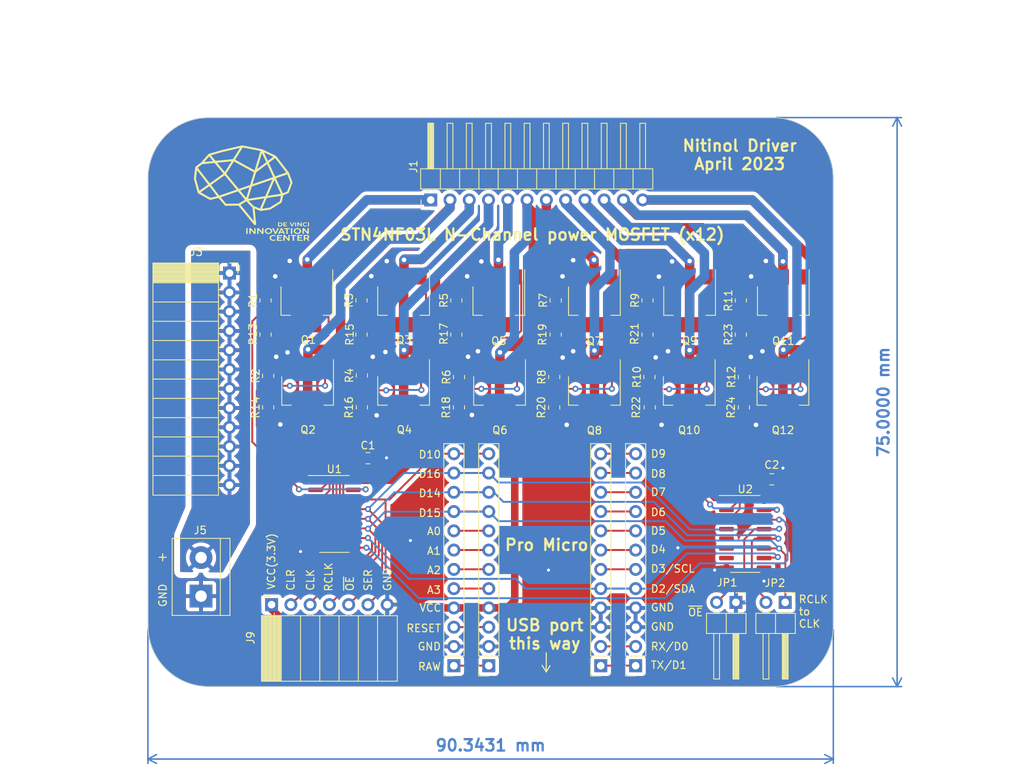
<source format=kicad_pcb>
(kicad_pcb (version 20221018) (generator pcbnew)
  (title_block (comment 4 "AISLER Project ID: RBXLWFZE"))
  (layers (0 "F.Cu" signal) (31 "B.Cu" signal) (34 "B.Paste" user) (35 "F.Paste" user) (36 "B.SilkS" user "B.Silkscreen") (37 "F.SilkS" user "F.Silkscreen") (38 "B.Mask" user) (39 "F.Mask" user) (44 "Edge.Cuts" user))
  (net 0 "")
  (net 1 "/Mosfet/ToMuscleWire")
  (net 2 "/Mosfet1/ToMuscleWire")
  (net 3 "/Mosfet2/ToMuscleWire")
  (net 4 "/Mosfet3/ToMuscleWire")
  (net 5 "/Mosfet4/ToMuscleWire")
  (net 6 "/Mosfet5/ToMuscleWire")
  (net 7 "/Mosfet6/ToMuscleWire")
  (net 8 "/Mosfet8/ToMuscleWire")
  (net 9 "/Mosfet12/ToMuscleWire")
  (net 10 "/Mosfet7/ToMuscleWire")
  (net 11 "/Mosfet10/ToMuscleWire")
  (net 12 "/Mosfet9/ToMuscleWire")
  (net 13 "+2V5")
  (net 14 "GND")
  (net 15 "/Tx0")
  (net 16 "/Rx1")
  (net 17 "SER")
  (net 18 "VCC")
  (net 19 "~{OE}")
  (net 20 "RCLK")
  (net 21 "/Mosfet/Trigger")
  (net 22 "/Mosfet1/Trigger")
  (net 23 "/Mosfet2/Trigger")
  (net 24 "/Mosfet3/Trigger")
  (net 25 "/Mosfet4/Trigger")
  (net 26 "/Mosfet5/Trigger")
  (net 27 "/Mosfet6/Trigger")
  (net 28 "/Mosfet8/Trigger")
  (net 29 "/Mosfet12/Trigger")
  (net 30 "/Mosfet7/Trigger")
  (net 31 "/Mosfet10/Trigger")
  (net 32 "/Mosfet9/Trigger")
  (net 33 "Net-(U1-QH')")
  (net 39 "CLK")
  (net 40 "CLEAR")
  (net 41 "/5")
  (net 42 "/6")
  (net 43 "/7")
  (net 44 "/8")
  (net 45 "/9")
  (net 46 "/RAW")
  (net 47 "/RST")
  (net 48 "/A3")
  (net 49 "/A2")
  (net 50 "/A1")
  (net 51 "/A0")
  (net 52 "/3")
  (net 53 "/4")
  (net 54 "Net-(Q1-G)")
  (net 55 "Net-(Q2-G)")
  (net 56 "Net-(Q3-G)")
  (net 57 "Net-(Q4-G)")
  (net 58 "Net-(Q5-G)")
  (net 59 "Net-(Q6-G)")
  (net 60 "Net-(Q7-G)")
  (net 61 "Net-(Q8-G)")
  (net 62 "Net-(Q9-G)")
  (net 63 "Net-(Q11-G)")
  (net 64 "Net-(Q12-G)")
  (net 65 "Net-(Q10-G)")
  (footprint "Resistor_SMD:R_0805_2012Metric_Pad1.20x1.40mm_HandSolder" (layer "F.Cu") (at 158.55 89.2 90)
    (fp_text reference "R8")
    (fp_text value "100")
  )
  (footprint "Connector_PinSocket_2.54mm:PinSocket_1x12_P2.54mm_Vertical" (layer "F.Cu") (at 169.285001 127.250002 180)
    (fp_text reference "J4" hide)
    (fp_text value "Conn_01x12_Socket")
  )
  (footprint "Connector_PinSocket_2.54mm:PinSocket_1x12_P2.54mm_Horizontal" (layer "F.Cu") (at 115.75 75.5)
    (fp_text reference "J3")
    (fp_text value "Conn_01x12_Socket")
  )
  (footprint "Resistor_SMD:R_0805_2012Metric_Pad1.20x1.40mm_HandSolder" (layer "F.Cu") (at 146 89.2 90)
    (fp_text reference "R6")
    (fp_text value "100")
  )
  (footprint "Package_TO_SOT_SMD:SOT-223-3_TabPin2" (layer "F.Cu") (at 138.7 91 -90)
    (fp_text reference "Q4")
    (fp_text value "Q_NMOS_GDS")
  )
  (footprint "Package_TO_SOT_SMD:SOT-223-3_TabPin2" (layer "F.Cu") (at 126.05 91 -90)
    (fp_text reference "Q2")
    (fp_text value "Q_NMOS_GDS")
  )
  (footprint "Package_TO_SOT_SMD:SOT-223-3_TabPin2" (layer "F.Cu") (at 188.75 79.15 -90)
    (fp_text reference "Q11")
    (fp_text value "Q_NMOS_GDS")
  )
  (footprint "Resistor_SMD:R_0805_2012Metric_Pad1.20x1.40mm_HandSolder" (layer "F.Cu") (at 158.55 93.2 -90)
    (fp_text reference "R20")
    (fp_text value "10K")
  )
  (footprint "Package_SO:SOIC-16_3.9x9.9mm_P1.27mm" (layer "F.Cu") (at 183.7324 109.8804)
    (fp_text reference "U2")
    (fp_text value "74HC595")
  )
  (footprint "Resistor_SMD:R_0805_2012Metric_Pad1.20x1.40mm_HandSolder" (layer "F.Cu") (at 120.5 83.6 -90)
    (fp_text reference "R13")
    (fp_text value "10K")
  )
  (footprint "Package_TO_SOT_SMD:SOT-223-3_TabPin2" (layer "F.Cu") (at 163.85 79.15 -90)
    (fp_text reference "Q7")
    (fp_text value "Q_NMOS_GDS")
  )
  (footprint "Package_TO_SOT_SMD:SOT-223-3_TabPin2" (layer "F.Cu") (at 188.7 91 -90)
    (fp_text reference "Q12")
    (fp_text value "Q_NMOS_GDS")
  )
  (footprint "Resistor_SMD:R_0805_2012Metric_Pad1.20x1.40mm_HandSolder" (layer "F.Cu") (at 158.75 79.1 90)
    (fp_text reference "R7")
    (fp_text value "100")
  )
  (footprint "Connector_PinHeader_2.54mm:PinHeader_1x02_P2.54mm_Horizontal" (layer "F.Cu") (at 189 118.9 -90)
    (fp_text reference "JP2")
    (fp_text value "Jumper_2_Open")
  )
  (footprint "Connector_PinSocket_2.54mm:PinSocket_1x07_P2.54mm_Horizontal" (layer "F.Cu") (at 121.3 119.2 90)
    (fp_text reference "J9")
    (fp_text value "Conn_01x07_Socket")
  )
  (footprint "Resistor_SMD:R_0805_2012Metric_Pad1.20x1.40mm_HandSolder" (layer "F.Cu") (at 133.2 93.2 -90)
    (fp_text reference "R16")
    (fp_text value "10K")
  )
  (footprint "Local footprints:Logo_texte_DVIC_kicad_13mm" (layer "F.Cu") (at 118.65 65)
    (fp_text reference "G***" hide)
    (fp_text value "LOGO" hide)
  )
  (footprint "Package_SO:SOIC-16_3.9x9.9mm_P1.27mm" (layer "F.Cu") (at 129.575 107.245)
    (fp_text reference "U1")
    (fp_text value "74HC595")
  )
  (footprint "Package_TO_SOT_SMD:SOT-223-3_TabPin2" (layer "F.Cu") (at 151.35 91 -90)
    (fp_text reference "Q6")
    (fp_text value "Q_NMOS_GDS")
  )
  (footprint "Resistor_SMD:R_0805_2012Metric_Pad1.20x1.40mm_HandSolder" (layer "F.Cu") (at 133.2 89 90)
    (fp_text reference "R4")
    (fp_text value "100")
  )
  (footprint "Connector_PinSocket_2.54mm:PinSocket_1x12_P2.54mm_Vertical" (layer "F.Cu") (at 149.925 127.25 180)
    (fp_text reference "J7" hide)
    (fp_text value "Conn_01x12_Socket")
  )
  (footprint "Package_TO_SOT_SMD:SOT-223-3_TabPin2" (layer "F.Cu") (at 176.4 79.15 -90)
    (fp_text reference "Q9")
    (fp_text value "Q_NMOS_GDS")
  )
  (footprint "Resistor_SMD:R_0805_2012Metric_Pad1.20x1.40mm_HandSolder" (layer "F.Cu") (at 146 93.2 -90)
    (fp_text reference "R18")
    (fp_text value "10K")
  )
  (footprint "TerminalBlock:TerminalBlock_bornier-2_P5.08mm" (layer "F.Cu") (at 112 118.079999 90)
    (fp_text reference "J5")
    (fp_text value "Screw_Terminal_01x02")
  )
  (footprint "Package_TO_SOT_SMD:SOT-223-3_TabPin2" (layer "F.Cu") (at 151.25 79.15 -90)
    (fp_text reference "Q5")
    (fp_text value "Q_NMOS_GDS")
  )
  (footprint "Package_TO_SOT_SMD:SOT-223-3_TabPin2" (layer "F.Cu") (at 176.35 91 -90)
    (fp_text reference "Q10")
    (fp_text value "Q_NMOS_GDS")
  )
  (footprint "Resistor_SMD:R_0805_2012Metric_Pad1.20x1.40mm_HandSolder" (layer "F.Cu") (at 183.15 83.6 -90)
    (fp_text reference "R23")
    (fp_text value "10K")
  )
  (footprint "Resistor_SMD:R_0805_2012Metric_Pad1.20x1.40mm_HandSolder" (layer "F.Cu") (at 133.15 83.6 -90)
    (fp_text reference "R15")
    (fp_text value "10K")
  )
  (footprint "Resistor_SMD:R_0805_2012Metric_Pad1.20x1.40mm_HandSolder" (layer "F.Cu") (at 145.65 79.1 90)
    (fp_text reference "R5")
    (fp_text value "100")
  )
  (footprint "Resistor_SMD:R_0805_2012Metric_Pad1.20x1.40mm_HandSolder" (layer "F.Cu") (at 133.150001 79.1 90)
    (fp_text reference "R3")
    (fp_text value "100")
  )
  (footprint "Resistor_SMD:R_0805_2012Metric_Pad1.20x1.40mm_HandSolder" (layer "F.Cu") (at 120.5 79.1 90)
    (fp_text reference "R1")
    (fp_text value "100")
  )
  (footprint "Resistor_SMD:R_0805_2012Metric_Pad1.20x1.40mm_HandSolder" (layer "F.Cu") (at 120.85 93.2 -90)
    (fp_text reference "R14")
    (fp_text value "10K")
  )
  (footprint "Connector_PinHeader_2.54mm:PinHeader_1x02_P2.54mm_Horizontal" (layer "F.Cu") (at 182.5 118.9 -90)
    (fp_text reference "JP1")
    (fp_text value "Jumper_2_Open")
  )
  (footprint "Connector_PinSocket_2.54mm:PinSocket_1x12_P2.54mm_Vertical" (layer "F.Cu") (at 145.325001 127.250001 180)
    (fp_text reference "J8" hide)
    (fp_text value "Conn_01x12_Socket")
  )
  (footprint "Resistor_SMD:R_0805_2012Metric_Pad1.20x1.40mm_HandSolder" (layer "F.Cu") (at 183.15 79.1 90)
    (fp_text reference "R11")
    (fp_text value "100")
  )
  (footprint "Resistor_SMD:R_0805_2012Metric_Pad1.20x1.40mm_HandSolder" (layer "F.Cu") (at 183.55 89.2 90)
    (fp_text reference "R12")
    (fp_text value "100")
  )
  (footprint "Package_TO_SOT_SMD:SOT-223-3_TabPin2" (layer "F.Cu") (at 138.7 79.15 -90)
    (fp_text reference "Q3")
    (fp_text value "Q_NMOS_GDS")
  )
  (footprint "Connector_PinSocket_2.54mm:PinSocket_1x12_P2.54mm_Vertical" (layer "F.Cu") (at 164.685001 127.250001 180)
    (fp_text reference "J6" hide)
    (fp_text value "Conn_01x12_Socket")
  )
  (footprint "Connector_PinHeader_2.54mm:PinHeader_1x12_P2.54mm_Horizontal" (layer "F.Cu") (at 142.275 65.85 90)
    (fp_text reference "J1")
    (fp_text value "Conn_01x12_Pin")
  )
  (footprint "Package_TO_SOT_SMD:SOT-223-3_TabPin2" (layer "F.Cu") (at 163.85 91 -90)
    (fp_text reference "Q8")
    (fp_text value "Q_NMOS_GDS")
  )
  (footprint "Resistor_SMD:R_0805_2012Metric_Pad1.20x1.40mm_HandSolder" (layer "F.Cu") (at 171.15 93.2 -90)
    (fp_text reference "R22")
    (fp_text value "10K")
  )
  (footprint "Resistor_SMD:R_0805_2012Metric_Pad1.20x1.40mm_HandSolder" (layer "F.Cu") (at 158.75 83.6 -90)
    (fp_text reference "R19")
    (fp_text value "10K")
  )
  (footprint "Resistor_SMD:R_0805_2012Metric_Pad1.20x1.40mm_HandSolder" (layer "F.Cu") (at 120.85 89.05 90)
    (fp_text reference "R2")
    (fp_text value "100")
  )
  (footprint "Package_TO_SOT_SMD:SOT-223-3_TabPin2" (layer "F.Cu") (at 125.95 79.15 -90)
    (fp_text reference "Q1")
    (fp_text value "Q_NMOS_GDS")
  )
  (footprint "Capacitor_SMD:C_0805_2012Metric_Pad1.18x1.45mm_HandSolder" (layer "F.Cu") (at 187.2324 102.6804)
    (fp_text reference "C2")
    (fp_text value "100nF")
  )
  (footprint "Capacitor_SMD:C_0805_2012Metric_Pad1.18x1.45mm_HandSolder" (layer "F.Cu") (at 134 99.9)
    (fp_text reference "C1")
    (fp_text value "100nF")
  )
  (footprint "Resistor_SMD:R_0805_2012Metric_Pad1.20x1.40mm_HandSolder" (layer "F.Cu") (at 145.65 83.6 -90)
    (fp_text reference "R17")
    (fp_text value "10K")
  )
  (footprint "Resistor_SMD:R_0805_2012Metric_Pad1.20x1.40mm_HandSolder" (layer "F.Cu") (at 183.55 93.2 -90)
    (fp_text reference "R24")
    (fp_text value "10K")
  )
  (footprint "Resistor_SMD:R_0805_2012Metric_Pad1.20x1.40mm_HandSolder" (layer "F.Cu") (at 170.85 79.1 90)
    (fp_text reference "R9")
    (fp_text value "100")
  )
  (footprint "Resistor_SMD:R_0805_2012Metric_Pad1.20x1.40mm_HandSolder" (layer "F.Cu") (at 171.1 89.2 90)
    (fp_text reference "R10")
    (fp_text value "100")
  )
  (footprint "Resistor_SMD:R_0805_2012Metric_Pad1.20x1.40mm_HandSolder" (layer "F.Cu") (at 170.85 83.6 -90)
    (fp_text reference "R21")
    (fp_text value "10K")
  )
  (gr_line (start 157.5 128.05) (end 158 127.25) (stroke (width 0.15)) (layer "F.SilkS"))
  (gr_line (start 157.5 125.55) (end 157.5 128.05) (stroke (width 0.15)) (layer "F.SilkS"))
  (gr_line (start 157.5 128.05) (end 156.95 127.2) (stroke (width 0.15)) (layer "F.SilkS"))
  (gr_arc (start 113 130) (mid 107.343146 127.656854) (end 105 122) (stroke (width 0.1)) (layer "Edge.Cuts"))
  (gr_arc (start 195.343146 122) (mid 192.999994 127.656848) (end 187.343146 130) (stroke (width 0.1)) (layer "Edge.Cuts"))
  (gr_line (start 113 55) (end 187.343146 55) (stroke (width 0.1)) (layer "Edge.Cuts"))
  (gr_arc (start 105 63) (mid 107.343146 57.343146) (end 113 55) (stroke (width 0.1)) (layer "Edge.Cuts"))
  (gr_line (start 105 122) (end 105 63) (stroke (width 0.1)) (layer "Edge.Cuts"))
  (gr_line (start 187.343146 130) (end 113 130) (stroke (width 0.1)) (layer "Edge.Cuts"))
  (gr_arc (start 187.343146 55) (mid 192.999994 57.343152) (end 195.343146 63) (stroke (width 0.1)) (layer "Edge.Cuts"))
  (gr_line (start 195.343146 63) (end 195.343146 122) (stroke (width 0.1)) (layer "Edge.Cuts"))
  (gr_text "GND" (at 171.2 122.7) (layer "F.SilkS") (effects (font (size 1 1)) (justify left bottom)))
  (gr_text "VCC(3.3V)" (at 121.85 117.3 90) (layer "F.SilkS") (effects (font (size 1 1)) (justify left bottom)))
  (gr_text "GND" (at 137.15 117.5 90) (layer "F.SilkS") (effects (font (size 1 1)) (justify left bottom)))
  (gr_text "Nitinol Driver\nApril 2023" (at 183 62) (layer "F.SilkS") (effects (font (size 1.5 1.5) (thickness 0.3) bold) (justify bottom)))
  (gr_text "D15" (at 140.604762 107.699999) (layer "F.SilkS") (effects (font (size 1 1)) (justify left bottom)))
  (gr_text "CLR" (at 124.4 117.45 90) (layer "F.SilkS") (effects (font (size 1 1)) (justify left bottom)))
  (gr_text "D2/SDA" (at 171.2 117.7) (layer "F.SilkS") (effects (font (size 1 1)) (justify left bottom)))
  (gr_text "RX/D0" (at 171.2 125.3) (layer "F.SilkS") (effects (font (size 1 1)) (justify left bottom)))
  (gr_text "GND" (at 140.461905 125.300001) (layer "F.SilkS") (effects (font (size 1 1)) (justify left bottom)))
  (gr_text "A1" (at 141.7 112.699998) (layer "F.SilkS") (effects (font (size 1 1)) (justify left bottom)))
  (gr_text "D10" (at 140.604762 99.999999) (layer "F.SilkS") (effects (font (size 1 1)) (justify left bottom)))
  (gr_text "D8" (at 171.2 102.525) (layer "F.SilkS") (effects (font (size 1 1)) (justify left bottom)))
  (gr_text "RESET" (at 138.985714 122.9) (layer "F.SilkS") (effects (font (size 1 1)) (justify left bottom)))
  (gr_text "D6" (at 171.2 107.6) (layer "F.SilkS") (effects (font (size 1 1)) (justify left bottom)))
  (gr_text "TX/D1" (at 171.2 127.75) (layer "F.SilkS") (effects (font (size 1 1)) (justify left bottom)))
  (gr_text "~{OE}" (at 132.2 117.5 90) (layer "F.SilkS") (effects (font (size 1 1)) (justify left bottom)))
  (gr_text "A3" (at 141.7 117.849998) (layer "F.SilkS") (effects (font (size 1 1)) (justify left bottom)))
  (gr_text "VCC" (at 140.7 120.2) (layer "F.SilkS") (effects (font (size 1 1)) (justify left bottom)))
  (gr_text "~{OE}" (at 176.1 120.8) (layer "F.SilkS") (effects (font (size 1 1)) (justify left bottom)))
  (gr_text "STN4NF03L N-Channel power MOSFET (x12)" (at 130.2 71.3) (layer "F.SilkS") (effects (font (size 1.5 1.5) (thickness 0.3) bold) (justify left bottom)))
  (gr_text "RCLK" (at 129.4 117.55 90) (layer "F.SilkS") (effects (font (size 1 1)) (justify left bottom)))
  (gr_text "D5" (at 171.2 110.05) (layer "F.SilkS") (effects (font (size 1 1)) (justify left bottom)))
  (gr_text "GND" (at 171.2 120.150001) (layer "F.SilkS") (effects (font (size 1 1)) (justify left bottom)))
  (gr_text "D9" (at 171.2 99.900001) (layer "F.SilkS") (effects (font (size 1 1)) (justify left bottom)))
  (gr_text "D14" (at 140.604762 105.100001) (layer "F.SilkS") (effects (font (size 1 1)) (justify left bottom)))
  (gr_text "SER" (at 134.6 117.5 90) (layer "F.SilkS") (effects (font (size 1 1)) (justify left bottom)))
  (gr_text "USB port\nthis way" (at 157.3 125.2) (layer "F.SilkS") (effects (font (size 1.5 1.5) (thickness 0.3) bold) (justify bottom)))
  (gr_text "CLK" (at 127 117.45 90) (layer "F.SilkS") (effects (font (size 1 1)) (justify left bottom)))
  (gr_text "D4" (at 171.2 112.5) (layer "F.SilkS") (effects (font (size 1 1)) (justify left bottom)))
  (gr_text "+" (at 107.55 113.8 90) (layer "F.SilkS") (effects (font (size 1.2 1.2)) (justify left bottom)))
  (gr_text "A2" (at 141.7 115.249999) (layer "F.SilkS") (effects (font (size 1 1)) (justify left bottom)))
  (gr_text "D3/SCL" (at 171.2 115.05) (layer "F.SilkS") (effects (font (size 1 1)) (justify left bottom)))
  (gr_text "GND" (at 107.55 119.6 90) (layer "F.SilkS") (effects (font (size 1 1)) (justify left bottom)))
  (gr_text "D16" (at 140.604762 102.55) (layer "F.SilkS") (effects (font (size 1 1)) (justify left bottom)))
  (gr_text "A0" (at 141.7 110.1) (layer "F.SilkS") (effects (font (size 1 1)) (justify left bottom)))
  (gr_text "Pro Micro" (at 151.9 112.2) (layer "F.SilkS") (effects (font (size 1.5 1.5) (thickness 0.3) bold) (justify left bottom)))
  (gr_text "RAW" (at 140.509524 127.950001) (layer "F.SilkS") (effects (font (size 1 1)) (justify left bottom)))
  (gr_text "RCLK\nto\nCLK" (at 190.7 122.3) (layer "F.SilkS") (effects (font (size 1 1)) (justify left bottom)))
  (gr_text "D7" (at 171.2 104.95) (layer "F.SilkS") (effects (font (size 1 1)) (justify left bottom)))
  (dimension (type aligned) (layer "B.Cu") (pts (xy 187.343146 55) (xy 187.343146 130)) (height -16.406854) (gr_text "75,0000 mm" (at 201.95 92.5 90) (layer "B.Cu") (effects (font (size 1.5 1.5) (thickness 0.3)))) (format (prefix "") (suffix "") (units 3) (units_format 1) (precision 4)) (style (thickness 0.2) (arrow_length 1.27) (text_position_mode 0) (extension_height 0.58642) (extension_offset 0.5) keep_text_aligned))
  (dimension (type aligned) (layer "B.Cu") (pts (xy 105 122) (xy 195.343146 122)) (height 17.55) (gr_text "90,3431 mm" (at 150.171573 137.75) (layer "B.Cu") (effects (font (size 1.5 1.5) (thickness 0.3)))) (format (prefix "") (suffix "") (units 3) (units_format 1) (precision 4)) (style (thickness 0.2) (arrow_length 1.27) (text_position_mode 0) (extension_height 0.58642) (extension_offset 0.5) keep_text_aligned))
  (segment (start 126 73.7) (end 126 75.95) (width 1.25) (layer "F.Cu") (net 1))
  (segment (start 133.85 65.85) (end 142.275 65.85) (width 1.25) (layer "F.Cu") (net 1))
  (segment (start 125.95 76) (end 125.95 82.3) (width 1.25) (layer "F.Cu") (net 1))
  (segment (start 126 73.7) (end 133.85 65.85) (width 1.25) (layer "F.Cu") (net 1))
  (segment (start 126 75.95) (end 125.95 76) (width 1.25) (layer "F.Cu") (net 1))
  (via (at 126 73.7) (size 1.2) (drill 0.6) (layers "F.Cu" "B.Cu") (net 1))
  (segment (start 126 73.7) (end 133.85 65.85) (width 1.25) (layer "B.Cu") (net 1))
  (segment (start 133.85 65.85) (end 142.275 65.85) (width 1.25) (layer "B.Cu") (net 1))
  (segment (start 128.526346 85.55) (end 130.4 83.676346) (width 1.25) (layer "F.Cu") (net 2))
  (segment (start 140.7 71) (end 144.815 66.885) (width 1.25) (layer "F.Cu") (net 2))
  (segment (start 130.4 83.676346) (end 130.4 77.3) (width 1.25) (layer "F.Cu") (net 2))
  (segment (start 136.7 71) (end 140.7 71) (width 1.25) (layer "F.Cu") (net 2))
  (segment (start 126.1 85.55) (end 128.526346 85.55) (width 1.25) (layer "F.Cu") (net 2))
  (segment (start 126.1 85.55) (end 126.1 87.8) (width 1.25) (layer "F.Cu") (net 2))
  (segment (start 126.05 87.85) (end 126.05 94.15) (width 1.25) (layer "F.Cu") (net 2))
  (segment (start 126.1 87.8) (end 126.05 87.85) (width 1.25) (layer "F.Cu") (net 2))
  (segment (start 144.815 66.885) (end 144.815 65.85) (width 1.25) (layer "F.Cu") (net 2))
  (segment (start 130.4 77.3) (end 136.7 71) (width 1.25) (layer "F.Cu") (net 2))
  (via (at 126.1 85.55) (size 1.2) (drill 0.6) (layers "F.Cu" "B.Cu") (net 2))
  (segment (start 126.1 85.55) (end 130.4 81.25) (width 1.25) (layer "B.Cu") (net 2))
  (segment (start 136.7 71) (end 140.75 71) (width 1.25) (layer "B.Cu") (net 2))
  (segment (start 130.4 81.25) (end 130.4 77.3) (width 1.25) (layer "B.Cu") (net 2))
  (segment (start 130.4 77.3) (end 136.7 71) (width 1.25) (layer "B.Cu") (net 2))
  (segment (start 140.75 71) (end 144.815 66.935) (width 1.25) (layer "B.Cu") (net 2))
  (segment (start 144.815 66.935) (end 144.815 65.85) (width 1.25) (layer "B.Cu") (net 2))
  (segment (start 147.355 67.395) (end 147.355 65.85) (width 1.25) (layer "F.Cu") (net 3))
  (segment (start 138.75 75.95) (end 138.7 76) (width 1.25) (layer "F.Cu") (net 3))
  (segment (start 138.8 73.7) (end 141.05 73.7) (width 1.25) (layer "F.Cu") (net 3))
  (segment (start 141.05 73.7) (end 147.355 67.395) (width 1.25) (layer "F.Cu") (net 3))
  (segment (start 138.75 73.75) (end 138.75 75.95) (width 1.25) (layer "F.Cu") (net 3))
  (segment (start 138.7 76) (end 138.7 82.3) (width 1.25) (layer "F.Cu") (net 3))
  (segment (start 138.75 73.75) (end 138.8 73.7) (width 1.25) (layer "F.Cu") (net 3))
  (via (at 138.75 73.75) (size 1.2) (drill 0.6) (layers "F.Cu" "B.Cu") (net 3))
  (segment (start 138.85 73.65) (end 141.1 73.65) (width 1.25) (layer "B.Cu") (net 3))
  (segment (start 141.1 73.65) (end 147.355 67.395) (width 1.25) (layer "B.Cu") (net 3))
  (segment (start 138.75 73.75) (end 138.85 73.65) (width 1.25) (layer "B.Cu") (net 3))
  (segment (start 147.355 67.395) (end 147.355 65.85) (width 1.25) (layer "B.Cu") (net 3))
  (segment (start 138.75 85.65) (end 141.076346 85.65) (width 1.25) (layer "F.Cu") (net 4))
  (segment (start 142.9 83.826346) (end 142.9 76.05) (width 1.25) (layer "F.Cu") (net 4))
  (segment (start 138.75 85.65) (end 138.75 87.8) (width 1.25) (layer "F.Cu") (net 4))
  (segment (start 138.7 87.85) (end 138.7 94.15) (width 1.25) (layer "F.Cu") (net 4))
  (segment (start 138.75 87.8) (end 138.7 87.85) (width 1.25) (layer "F.Cu") (net 4))
  (segment (start 149.895 69.055) (end 149.895 65.85) (width 1.25) (layer "F.Cu") (net 4))
  (segment (start 141.076346 85.65) (end 142.9 83.826346) (width 1.25) (layer "F.Cu") (net 4))
  (segment (start 142.9 76.05) (end 149.895 69.055) (width 1.25) (layer "F.Cu") (net 4))
  (via (at 138.75 85.65) (size 1.2) (drill 0.6) (layers "F.Cu" "B.Cu") (net 4))
  (segment (start 138.75 80.2) (end 149.895 69.055) (width 1.25) (layer "B.Cu") (net 4))
  (segment (start 149.895 69.055) (end 149.895 65.85) (width 1.25) (layer "B.Cu") (net 4))
  (segment (start 138.75 85.65) (end 138.75 80.2) (width 1.25) (layer "B.Cu") (net 4))
  (segment (start 151.2 73.75) (end 151.2 75.95) (width 1.25) (layer "F.Cu") (net 5))
  (segment (start 151.25 76) (end 151.25 82.3) (width 1.25) (layer "F.Cu") (net 5))
  (segment (start 152.44 65.855) (end 152.435 65.85) (width 1.25) (layer "F.Cu") (net 5))
  (segment (start 152.44 70.24) (end 152.44 65.855) (width 1.25) (layer "F.Cu") (net 5))
  (segment (start 151.2 75.95) (end 151.25 76) (width 1.25) (layer "F.Cu") (net 5))
  (segment (start 151.2 73.75) (end 151.2 71.48) (width 1.25) (layer "F.Cu") (net 5))
  (segment (start 151.2 71.48) (end 152.44 70.24) (width 1.25) (layer "F.Cu") (net 5))
  (via (at 151.2 73.75) (size 1.2) (drill 0.6) (layers "F.Cu" "B.Cu") (net 5))
  (segment (start 151.2 73.75) (end 151.2 71.47) (width 1.25) (layer "B.Cu") (net 5))
  (segment (start 151.2 71.47) (end 152.435 70.235) (width 1.25) (layer "B.Cu") (net 5))
  (segment (start 152.435 70.235) (end 152.435 65.85) (width 1.25) (layer "B.Cu") (net 5))
  (segment (start 151.4 85.95) (end 152.2 85.15) (width 1.25) (layer "F.Cu") (net 6))
  (segment (start 151.4 85.95) (end 151.4 87.8) (width 1.25) (layer "F.Cu") (net 6))
  (segment (start 154.975 66.725) (end 154.975 65.85) (width 1.25) (layer "F.Cu") (net 6))
  (segment (start 151.35 87.85) (end 151.35 94.15) (width 1.25) (layer "F.Cu") (net 6))
  (segment (start 155.8 83.126346) (end 155.8 67.55) (width 1.25) (layer "F.Cu") (net 6))
  (segment (start 153.776346 85.15) (end 155.8 83.126346) (width 1.25) (layer "F.Cu") (net 6))
  (segment (start 151.4 87.8) (end 151.35 87.85) (width 1.25) (layer "F.Cu") (net 6))
  (segment (start 155.8 67.55) (end 154.975 66.725) (width 1.25) (layer "F.Cu") (net 6))
  (segment (start 152.2 85.15) (end 153.776346 85.15) (width 1.25) (layer "F.Cu") (net 6))
  (via (at 151.4 85.95) (size 1.2) (drill 0.6) (layers "F.Cu" "B.Cu") (net 6))
  (segment (start 151.4 85.95) (end 153.3 84.05) (width 1.25) (layer "B.Cu") (net 6))
  (segment (start 153.3 72.75) (end 154.975 71.075) (width 1.25) (layer "B.Cu") (net 6))
  (segment (start 154.975 71.075) (end 154.975 65.85) (width 1.25) (layer "B.Cu") (net 6))
  (segment (start 153.3 84.05) (end 153.3 72.75) (width 1.25) (layer "B.Cu") (net 6))
  (segment (start 157.515 67.465) (end 163.8 73.75) (width 1.25) (layer "F.Cu") (net 7))
  (segment (start 163.8 75.95) (end 163.85 76) (width 1.25) (layer "F.Cu") (net 7))
  (segment (start 163.85 76) (end 163.85 82.3) (width 1.25) (layer "F.Cu") (net 7))
  (segment (start 157.515 65.85) (end 157.515 67.465) (width 1.25) (layer "F.Cu") (net 7))
  (segment (start 163.8 73.75) (end 163.8 75.95) (width 1.25) (layer "F.Cu") (net 7))
  (via (at 163.8 73.75) (size 1.2) (drill 0.6) (layers "F.Cu" "B.Cu") (net 7))
  (segment (start 167.925 74.195) (end 160.055 66.325) (width 1.25) (layer "F.Cu") (net 8))
  (segment (start 163.85 87.85) (end 163.85 94.15) (width 1.25) (layer "F.Cu") (net 8))
  (segment (start 160.055 66.325) (end 160.055 65.85) (width 1.25) (layer "F.Cu") (net 8))
  (segment (start 165.826346 85.7) (end 167.925 83.601346) (width 1.25) (layer "F.Cu") (net 8))
  (segment (start 167.925 83.601346) (end 167.925 74.195) (width 1.25) (layer "F.Cu") (net 8))
  (segment (start 163.85 85.7) (end 163.85 87.85) (width 1.25) (layer "F.Cu") (net 8))
  (segment (start 163.85 85.7) (end 165.826346 85.7) (width 1.25) (layer "F.Cu") (net 8))
  (via (at 163.85 85.7) (size 1.2) (drill 0.6) (layers "F.Cu" "B.Cu") (net 8))
  (segment (start 163.85 85.7) (end 163.85 77.55) (width 1.25) (layer "B.Cu") (net 8))
  (segment (start 160.055 66.355) (end 160.055 65.85) (width 1.25) (layer "B.Cu") (net 8))
  (segment (start 165.9 75.5) (end 165.9 72.2) (width 1.25) (layer "B.Cu") (net 8))
  (segment (start 165.9 72.2) (end 160.055 66.355) (width 1.25) (layer "B.Cu") (net 8))
  (segment (start 163.85 77.55) (end 165.9 75.5) (width 1.25) (layer "B.Cu") (net 8))
  (segment (start 162.595 66.275) (end 162.595 65.85) (width 1.25) (layer "F.Cu") (net 9))
  (segment (start 167.5 71.18) (end 162.595 66.275) (width 1.25) (layer "F.Cu") (net 9))
  (segment (start 176.4 73.9) (end 176.4 82.3) (width 1.25) (layer "F.Cu") (net 9))
  (segment (start 173.68 71.18) (end 167.5 71.18) (width 1.25) (layer "F.Cu") (net 9))
  (segment (start 176.4 73.9) (end 173.68 71.18) (width 1.25) (layer "F.Cu") (net 9))
  (via (at 176.4 73.9) (size 1.2) (drill 0.6) (layers "F.Cu" "B.Cu") (net 9))
  (segment (start 173.7 71.2) (end 167.5 71.2) (width 1.25) (layer "B.Cu") (net 9))
  (segment (start 176.4 73.9) (end 173.7 71.2) (width 1.25) (layer "B.Cu") (net 9))
  (segment (start 167.5 71.2) (end 162.595 66.295) (width 1.25) (layer "B.Cu") (net 9))
  (segment (start 162.595 66.295) (end 162.595 65.85) (width 1.25) (layer "B.Cu") (net 9))
  (segment (start 176.4 85.65) (end 176.4 87.8) (width 1.25) (layer "F.Cu") (net 10))
  (segment (start 178.42 69.8) (end 178.35 69.8) (width 1.25) (layer "F.Cu") (net 10))
  (segment (start 176.4 87.8) (end 176.35 87.85) (width 1.25) (layer "F.Cu") (net 10))
  (segment (start 165.135 66.205) (end 165.135 65.85) (width 1.25) (layer "F.Cu") (net 10))
  (segment (start 176.35 87.85) (end 176.35 94.15) (width 1.25) (layer "F.Cu") (net 10))
  (segment (start 176.4 85.65) (end 178.926346 85.65) (width 1.25) (layer "F.Cu") (net 10))
  (segment (start 178.35 69.8) (end 178.08 69.53) (width 1.25) (layer "F.Cu") (net 10))
  (segment (start 168.46 69.53) (end 165.135 66.205) (width 1.25) (layer "F.Cu") (net 10))
  (segment (start 180.7 72.08) (end 178.42 69.8) (width 1.25) (layer "F.Cu") (net 10))
  (segment (start 178.08 69.53) (end 168.46 69.53) (width 1.25) (layer "F.Cu") (net 10))
  (segment (start 180.7 83.876346) (end 180.7 72.08) (width 1.25) (layer "F.Cu") (net 10))
  (segment (start 178.926346 85.65) (end 180.7 83.876346) (width 1.25) (layer "F.Cu") (net 10))
  (via (at 176.4 85.65) (size 1.2) (drill 0.6) (layers "F.Cu" "B.Cu") (net 10))
  (segment (start 165.135 66.135) (end 165.135 65.85) (width 1.25) (layer "B.Cu") (net 10))
  (segment (start 175 69.5) (end 168.5 69.5) (width 1.25) (layer "B.Cu") (net 10))
  (segment (start 168.5 69.5) (end 165.135 66.135) (width 1.25) (layer "B.Cu") (net 10))
  (segment (start 178.35 75.95) (end 178.35 72.85) (width 1.25) (layer "B.Cu") (net 10))
  (segment (start 176.4 77.9) (end 178.35 75.95) (width 1.25) (layer "B.Cu") (net 10))
  (segment (start 176.4 85.65) (end 176.4 77.9) (width 1.25) (layer "B.Cu") (net 10))
  (segment (start 178.35 72.85) (end 175 69.5) (width 1.25) (layer "B.Cu") (net 10))
  (segment (start 188.7 73.95) (end 188.7 82.25) (width 1.25) (layer "F.Cu") (net 11))
  (segment (start 188.7 72.65) (end 183.93 67.88) (width 1.25) (layer "F.Cu") (net 11))
  (segment (start 188.7 82.25) (end 188.75 82.3) (width 1.25) (layer "F.Cu") (net 11))
  (segment (start 167.675 66.075) (end 167.675 65.85) (width 1.25) (layer "F.Cu") (net 11))
  (segment (start 183.93 67.88) (end 169.48 67.88) (width 1.25) (layer "F.Cu") (net 11))
  (segment (start 169.48 67.88) (end 167.675 66.075) (width 1.25) (layer "F.Cu") (net 11))
  (segment (start 188.7 73.95) (end 188.7 72.65) (width 1.25) (layer "F.Cu") (net 11))
  (via (at 188.7 73.95) (size 1.2) (drill 0.6) (layers "F.Cu" "B.Cu") (net 11))
  (segment (start 188.7 73.95) (end 188.7 72.65) (width 1.25) (layer "B.Cu") (net 11))
  (segment (start 169.563349 67.85) (end 167.675 65.961651) (width 1.25) (layer "B.Cu") (net 11))
  (segment (start 167.675 65.961651) (end 167.675 65.85) (width 1.25) (layer "B.Cu") (net 11))
  (segment (start 188.7 72.65) (end 183.9 67.85) (width 1.25) (layer "B.Cu") (net 11))
  (segment (start 183.9 67.85) (end 169.563349 67.85) (width 1.25) (layer "B.Cu") (net 11))
  (segment (start 188.75 87.8) (end 188.7 87.85) (width 1.25) (layer "F.Cu") (net 12))
  (segment (start 193.05 74.25) (end 184.67 65.87) (width 1.25) (layer "F.Cu") (net 12))
  (segment (start 184.67 65.87) (end 170.235 65.87) (width 1.25) (layer "F.Cu") (net 12))
  (segment (start 188.7 87.85) (end 188.7 94.15) (width 1.25) (layer "F.Cu") (net 12))
  (segment (start 188.75 85.6) (end 188.75 87.8) (width 1.25) (layer "F.Cu") (net 12))
  (segment (start 188.75 85.6) (end 191.626346 85.6) (width 1.25) (layer "F.Cu") (net 12))
  (segment (start 193.05 84.176346) (end 193.05 74.25) (width 1.25) (layer "F.Cu") (net 12))
  (segment (start 191.626346 85.6) (end 193.05 84.176346) (width 1.25) (layer "F.Cu") (net 12))
  (segment (start 170.235 65.87) (end 170.215 65.85) (width 1.25) (layer "F.Cu") (net 12))
  (via (at 188.75 85.6) (size 1.2) (drill 0.6) (layers "F.Cu" "B.Cu") (net 12))
  (segment (start 190.55 83.8) (end 190.55 71.75) (width 1.25) (layer "B.Cu") (net 12))
  (segment (start 188.75 85.6) (end 190.55 83.8) (width 1.25) (layer "B.Cu") (net 12))
  (segment (start 190.55 71.75) (end 184.65 65.85) (width 1.25) (layer "B.Cu") (net 12))
  (segment (start 184.65 65.85) (end 170.215 65.85) (width 1.25) (layer "B.Cu") (net 12))
  (segment (start 180.9328 114.65) (end 181.2574 114.3254) (width 1) (layer "F.Cu") (net 14))
  (segment (start 125.115 112.2) (end 125.115 112.085) (width 1) (layer "F.Cu") (net 14))
  (segment (start 125.5 111.7) (end 126.895 111.7) (width 1) (layer "F.Cu") (net 14))
  (segment (start 136.4 99.9) (end 135.0375 99.9) (width 1) (layer "F.Cu") (net 14))
  (segment (start 179.7 114.65) (end 180.9328 114.65) (width 1) (layer "F.Cu") (net 14))
  (segment (start 136.45 99.85) (end 136.4 99.9) (width 1) (layer "F.Cu") (net 14))
  (segment (start 125.115 112.085) (end 125.5 111.7) (width 1) (layer "F.Cu") (net 14))
  (segment (start 188.2699 102.6804) (end 188.2699 101.6301) (width 1) (layer "F.Cu") (net 14))
  (segment (start 188.2699 101.6301) (end 188.7 101.2) (width 1) (layer "F.Cu") (net 14))
  (via (at 123.69 73.89) (size 1.2) (drill 0.6) (layers "F.Cu" "B.Cu") (net 14))
  (via (at 159.65 75.93) (size 1.2) (drill 0.6) (layers "F.Cu" "B.Cu") (net 14))
  (via (at 185.15 95.5) (size 1.2) (drill 0.6) (layers "F.Cu" "B.Cu") (net 14))
  (via (at 134.64 86.53) (size 1.2) (drill 0.6) (layers "F.Cu" "B.Cu") (net 14))
  (via (at 173.55 85.8) (size 1.2) (drill 0.6) (layers "F.Cu" "B.Cu") (net 14))
  (via (at 148.5 85.8) (size 1.2) (drill 0.6) (layers "F.Cu" "B.Cu") (net 14))
  (via (at 179.7 114.65) (size 0.8) (drill 0.4) (layers "F.Cu" "B.Cu") (net 14))
  (via (at 139.6 110.75) (size 0.8) (drill 0.4) (layers "F.Cu" "B.Cu") (net 14))
  (via (at 186 85.8) (size 1.2) (drill 0.6) (layers "F.Cu" "B.Cu") (net 14))
  (via (at 172.7 95.5) (size 1.2) (drill 0.6) (layers "F.Cu" "B.Cu") (net 14))
  (via (at 184.51 75.94) (size 1.2) (drill 0.6) (layers "F.Cu" "B.Cu") (net 14))
  (via (at 186.2 116.1) (size 0.8) (drill 0.4) (layers "F.Cu" "B.Cu") (net 14))
  (via (at 147.2 86.52) (size 1.2) (drill 0.6) (layers "F.Cu" "B.Cu") (net 14))
  (via (at 171.93 86.61) (size 1.2) (drill 0.6) (layers "F.Cu" "B.Cu") (net 14))
  (via (at 123.4 85.95) (size 1.2) (drill 0.6) (layers "F.Cu" "B.Cu") (net 14))
  (via (at 125.115 112.2) (size 0.8) (drill 0.4) (layers "F.Cu" "B.Cu") (net 14))
  (via (at 148.95 73.96) (size 1.2) (drill 0.6) (layers "F.Cu" "B.Cu") (net 14))
  (via (at 134.44 75.9) (size 1.2) (drill 0.6) (layers "F.Cu" "B.Cu") (net 14))
  (via (at 161.05 73.8) (size 1.2) (drill 0.6) (layers "F.Cu" "B.Cu") (net 14))
  (via (at 136.45 99.85) (size 0.8) (drill 0.4) (layers "F.Cu" "B.Cu") (net 14))
  (via (at 136.48 73.92) (size 1.2) (drill 0.6) (layers "F.Cu" "B.Cu") (net 14))
  (via (at 122.45 95.45) (size 1.2) (drill 0.6) (layers "F.Cu" "B.Cu") (net 14))
  (via (at 121.91 86.53) (size 1.2) (drill 0.6) (layers "F.Cu" "B.Cu") (net 14))
  (via (at 174.09 73.96) (size 1.2) (drill 0.6) (layers "F.Cu" "B.Cu") (net 14))
  (via (at 147.7 94.2) (size 1.2) (drill 0.6) (layers "F.Cu" "B.Cu") (net 14))
  (via (at 157.8 114.65) (size 0.8) (drill 0.4) (layers "F.Cu" "B.Cu") (net 14))
  (via (at 159.67 86.63) (size 1.2) (drill 0.6) (layers "F.Cu" "B.Cu") (net 14))
  (via (at 161.05 85.8) (size 1.2) (drill 0.6) (layers "F.Cu" "B.Cu") (net 14))
  (via (at 135.15 94.25) (size 1.2) (drill 0.6) (layers "F.Cu" "B.Cu") (net 14))
  (via (at 121.78 75.93) (size 1.2) (drill 0.6) (layers "F.Cu" "B.Cu") (net 14))
  (via (at 172.35 75.96) (size 1.2) (drill 0.6) (layers "F.Cu" "B.Cu") (net 14))
  (via (at 188.7 101.2) (size 0.8) (drill 0.4) (layers "F.Cu" "B.Cu") (net 14))
  (via (at 186.45 73.9) (size 1.2) (drill 0.6) (layers "F.Cu" "B.Cu") (net 14))
  (via (at 174.85 111.7) (size 0.8) (drill 0.4) (layers "F.Cu" "B.Cu") (net 14))
  (via (at 160.2 95.5) (size 1.2) (drill 0.6) (layers "F.Cu" "B.Cu") (net 14))
  (via (at 136.3 85.9) (size 1.2) (drill 0.6) (layers "F.Cu" "B.Cu") (net 14))
  (via (at 147.08 75.93) (size 1.2) (drill 0.6) (layers "F.Cu" "B.Cu") (net 14))
  (via (at 184.47 86.54) (size 1.2) (drill 0.6) (layers "F.Cu" "B.Cu") (net 14))
  (segment (start 164.775 127.24) (end 169.374999 127.24) (width 0.25) (layer "F.Cu") (net 15))
  (segment (start 164.775 124.7) (end 169.374999 124.7) (width 0.25) (layer "F.Cu") (net 16))
  (segment (start 136.86 105.34) (end 132.05 105.34) (width 0.25) (layer "F.Cu") (net 17))
  (segment (start 136.15 105.34) (end 132.05 105.34) (width 0.25) (layer "F.Cu") (net 17))
  (segment (start 136.325 116.875) (end 136.325 105.515) (width 0.25) (layer "F.Cu") (net 17))
  (segment (start 145.415 99.3) (end 150.015 99.3) (width 0.25) (layer "F.Cu") (net 17))
  (segment (start 142.889999 99.310001) (end 136.86 105.34) (width 0.25) (layer "F.Cu") (net 17))
  (segment (start 136.325 105.515) (end 136.15 105.34) (width 0.25) (layer "F.Cu") (net 17))
  (segment (start 145.325001 99.310001) (end 142.889999 99.310001) (width 0.25) (layer "F.Cu") (net 17))
  (segment (start 134 119.2) (end 136.325 116.875) (width 0.25) (layer "F.Cu") (net 17))
  (segment (start 132.9625 99.9) (end 132.05 100.8125) (width 1) (layer "F.Cu") (net 18))
  (segment (start 121.3 119.8) (end 123.8 122.3) (width 1) (layer "F.Cu") (net 18))
  (segment (start 153.6 129) (end 153.6 120.95) (width 1) (layer "F.Cu") (net 18))
  (segment (start 123.8 122.3) (end 139.5 122.3) (width 1) (layer "F.Cu") (net 18))
  (segment (start 145.415 119.62) (end 150.015 119.62) (width 0.25) (layer "F.Cu") (net 18))
  (segment (start 153.6 120.95) (end 152.28 119.63) (width 1) (layer "F.Cu") (net 18))
  (segment (start 183.3 129.25) (end 153.85 129.25) (width 1) (layer "F.Cu") (net 18))
  (segment (start 139.5 122.3) (end 142.169999 119.630001) (width 1) (layer "F.Cu") (net 18))
  (segment (start 153.35 118.63) (end 152.35 119.63) (width 1) (layer "F.Cu") (net 18))
  (segment (start 188.75 105.35) (end 191.65 108.25) (width 1) (layer "F.Cu") (net 18))
  (segment (start 153.35 98.35) (end 153.35 118.63) (width 1) (layer "F.Cu") (net 18))
  (segment (start 191.65 120.9) (end 183.3 129.25) (width 1) (layer "F.Cu") (net 18))
  (segment (start 142.169999 119.630001) (end 145.325001 119.630001) (width 1) (layer "F.Cu") (net 18))
  (segment (start 152.2 97.2) (end 153.35 98.35) (width 1) (layer "F.Cu") (net 18))
  (segment (start 191.65 108.25) (end 191.65 120.9) (width 1) (layer "F.Cu") (net 18))
  (segment (start 186.2928 105.35) (end 188.75 105.35) (width 1) (layer "F.Cu") (net 18))
  (segment (start 137.266726 102.8) (end 142.866726 97.2) (width 1) (layer "F.Cu") (net 18))
  (segment (start 145.325001 119.630001) (end 149.925 119.63) (width 1) (layer "F.Cu") (net 18))
  (segment (start 153.85 129.25) (end 153.6 129) (width 1) (layer "F.Cu") (net 18))
  (segment (start 121.3 119.2) (end 121.3 119.8) (width 1) (layer "F.Cu") (net 18))
  (segment (start 152.35 119.63) (end 149.925 119.63) (width 1) (layer "F.Cu") (net 18))
  (segment (start 132.05 100.8125) (end 132.05 102.8) (width 1) (layer "F.Cu") (net 18))
  (segment (start 142.866726 97.2) (end 152.2 97.2) (width 1) (layer "F.Cu") (net 18))
  (segment (start 132.05 102.8) (end 137.266726 102.8) (width 1) (layer "F.Cu") (net 18))
  (segment (start 186.1949 105.4229) (end 186.2074 105.4354) (width 1) (layer "F.Cu") (net 18))
  (segment (start 186.1949 102.6804) (end 186.1949 105.4229) (width 1) (layer "F.Cu") (net 18))
  (segment (start 186.2074 105.4354) (end 186.2928 105.35) (width 1) (layer "F.Cu") (net 18))
  (segment (start 152.28 119.63) (end 149.925 119.63) (width 1) (layer "F.Cu") (net 18))
  (segment (start 131.46 119.2) (end 135.875 114.785) (width 0.25) (layer "F.Cu") (net 19))
  (segment (start 183.6 115.26) (end 183.6 110.6) (width 0.25) (layer "F.Cu") (net 19))
  (segment (start 179.96 118.9) (end 183.6 115.26) (width 0.25) (layer "F.Cu") (net 19))
  (segment (start 186.2074 109.2454) (end 188.1546 109.2454) (width 0.25) (layer "F.Cu") (net 19))
  (segment (start 133.99 106.61) (end 134 106.6) (width 0.25) (layer "F.Cu") (net 19))
  (segment (start 132.05 106.61) (end 133.99 106.61) (width 0.25) (layer "F.Cu") (net 19))
  (segment (start 184.9546 109.2454) (end 186.2074 109.2454) (width 0.25) (layer "F.Cu") (net 19))
  (segment (start 135.875 114.785) (end 135.875 108.475) (width 0.25) (layer "F.Cu") (net 19))
  (segment (start 188.1546 109.2454) (end 188.2 109.2) (width 0.25) (layer "F.Cu") (net 19))
  (segment (start 135.875 108.475) (end 134 106.6) (width 0.25) (layer "F.Cu") (net 19))
  (segment (start 183.6 110.6) (end 184.9546 109.2454) (width 0.25) (layer "F.Cu") (net 19))
  (segment (start 145.415 101.84) (end 150.015 101.84) (width 0.25) (layer "F.Cu") (net 19))
  (via (at 188.2 109.2) (size 0.8) (drill 0.4) (layers "F.Cu" "B.Cu") (net 19))
  (via (at 134 106.6) (size 0.8) (drill 0.4) (layers "F.Cu" "B.Cu") (net 19))
  (segment (start 145.325001 101.850001) (end 138.749999 101.850001) (width 0.25) (layer "B.Cu") (net 19))
  (segment (start 145.325001 101.850001) (end 149.925001 101.850001) (width 0.25) (layer "B.Cu") (net 19))
  (segment (start 188.1 109.3) (end 188.2 109.2) (width 0.25) (layer "B.Cu") (net 19))
  (segment (start 151.175 103.1) (end 170.25 103.1) (width 0.25) (layer "B.Cu") (net 19))
  (segment (start 170.25 103.1) (end 176.45 109.3) (width 0.25) (layer "B.Cu") (net 19))
  (segment (start 176.45 109.3) (end 188.1 109.3) (width 0.25) (layer "B.Cu") (net 19))
  (segment (start 149.925001 101.850001) (end 151.175 103.1) (width 0.25) (layer "B.Cu") (net 19))
  (segment (start 138.749999 101.850001) (end 134 106.6) (width 0.25) (layer "B.Cu") (net 19))
  (segment (start 145.415 104.38) (end 150.015 104.38) (width 0.25) (layer "F.Cu") (net 20))
  (segment (start 186.46 118.46) (end 186.46 118.9) (width 0.25) (layer "F.Cu") (net 20))
  (segment (start 135.425 112.695) (end 135.425 109.325) (width 0.25) (layer "F.Cu") (net 20))
  (segment (start 132.05 107.88) (end 133.98 107.88) (width 0.25) (layer "F.Cu") (net 20))
  (segment (start 184.6 116.6) (end 186.46 118.46) (width 0.25) (layer "F.Cu") (net 20))
  (segment (start 188.1 110.5) (end 185 110.5) (width 0.25) (layer "F.Cu") (net 20))
  (segment (start 135.425 109.325) (end 134 107.9) (width 0.25) (layer "F.Cu") (net 20))
  (segment (start 128.92 119.2) (end 135.425 112.695) (width 0.25) (layer "F.Cu") (net 20))
  (segment (start 185 110.5) (end 184.6 110.9) (width 0.25) (layer "F.Cu") (net 20))
  (segment (start 188.1 110.5) (end 188.0846 110.5154) (width 0.25) (layer "F.Cu") (net 20))
  (segment (start 188.0846 110.5154) (end 186.2074 110.5154) (width 0.25) (layer "F.Cu") (net 20))
  (segment (start 133.98 107.88) (end 134 107.9) (width 0.25) (layer "F.Cu") (net 20))
  (segment (start 184.6 110.9) (end 184.6 116.6) (width 0.25) (layer "F.Cu") (net 20))
  (via (at 134 107.9) (size 0.8) (drill 0.4) (layers "F.Cu" "B.Cu") (net 20))
  (via (at 188.1 110.5) (size 0.8) (drill 0.4) (layers "F.Cu" "B.Cu") (net 20))
  (segment (start 188.1 110.5) (end 187.65 110.05) (width 0.25) (layer "B.Cu") (net 20))
  (segment (start 151.85 105.65) (end 150.590001 104.390001) (width 0.25) (layer "B.Cu") (net 20))
  (segment (start 171.7 105.65) (end 151.85 105.65) (width 0.25) (layer "B.Cu") (net 20))
  (segment (start 150.590001 104.390001) (end 137.509999 104.390001) (width 0.25) (layer "B.Cu") (net 20))
  (segment (start 176.1 110.05) (end 171.7 105.65) (width 0.25) (layer "B.Cu") (net 20))
  (segment (start 137.509999 104.390001) (end 134 107.9) (width 0.25) (layer "B.Cu") (net 20))
  (segment (start 187.65 110.05) (end 176.1 110.05) (width 0.25) (layer "B.Cu") (net 20))
  (segment (start 118.75 81.85) (end 120.5 80.1) (width 0.25) (layer "F.Cu") (net 21))
  (segment (start 133.7 104) (end 132.12 104) (width 0.25) (layer "F.Cu") (net 21))
  (segment (start 124.9 103.9) (end 118.75 97.75) (width 0.25) (layer "F.Cu") (net 21))
  (segment (start 132.12 104) (end 132.05 104.07) (width 0.25) (layer "F.Cu") (net 21))
  (segment (start 124.9 104) (end 124.9 103.9) (width 0.25) (layer "F.Cu") (net 21))
  (segment (start 118.75 97.75) (end 118.75 81.85) (width 0.25) (layer "F.Cu") (net 21))
  (via (at 124.9 104) (size 0.8) (drill 0.4) (layers "F.Cu" "B.Cu") (net 21))
  (via (at 133.7 104) (size 0.8) (drill 0.4) (layers "F.Cu" "B.Cu") (net 21))
  (segment (start 124.9 104) (end 133.7 104) (width 0.25) (layer "B.Cu") (net 21))
  (segment (start 120.85 90.05) (end 120.3 90.05) (width 0.25) (layer "F.Cu") (net 22))
  (segment (start 120.3 90.05) (end 119.35 91) (width 0.25) (layer "F.Cu") (net 22))
  (segment (start 119.35 95.65) (end 126.5 102.8) (width 0.25) (layer "F.Cu") (net 22))
  (segment (start 126.5 102.8) (end 127.1 102.8) (width 0.25) (layer "F.Cu") (net 22))
  (segment (start 119.35 91) (end 119.35 95.65) (width 0.25) (layer "F.Cu") (net 22))
  (segment (start 128.5 103.3) (end 127.73 104.07) (width 0.25) (layer "F.Cu") (net 23))
  (segment (start 131.1 96.25) (end 128.5 98.85) (width 0.25) (layer "F.Cu") (net 23))
  (segment (start 131.75 81.500001) (end 131.75 90.213604) (width 0.25) (layer "F.Cu") (net 23))
  (segment (start 131.75 90.213604) (end 131.1 90.863604) (width 0.25) (layer "F.Cu") (net 23))
  (segment (start 133.150001 80.1) (end 131.75 81.500001) (width 0.25) (layer "F.Cu") (net 23))
  (segment (start 128.5 98.85) (end 128.5 103.3) (width 0.25) (layer "F.Cu") (net 23))
  (segment (start 127.73 104.07) (end 127.1 104.07) (width 0.25) (layer "F.Cu") (net 23))
  (segment (start 131.1 90.863604) (end 131.1 96.25) (width 0.25) (layer "F.Cu") (net 23))
  (segment (start 127.76 105.34) (end 128.95 104.15) (width 0.25) (layer "F.Cu") (net 24))
  (segment (start 127.1 105.34) (end 127.76 105.34) (width 0.25) (layer "F.Cu") (net 24))
  (segment (start 131.55 91.05) (end 132.6 90) (width 0.25) (layer "F.Cu") (net 24))
  (segment (start 128.95 99.1) (end 131.55 96.5) (width 0.25) (layer "F.Cu") (net 24))
  (segment (start 132.6 90) (end 133.2 90) (width 0.25) (layer "F.Cu") (net 24))
  (segment (start 128.95 104.15) (end 128.95 99.1) (width 0.25) (layer "F.Cu") (net 24))
  (segment (start 131.55 96.5) (end 131.55 91.05) (width 0.25) (layer "F.Cu") (net 24))
  (segment (start 145.65 80.1) (end 144.2 81.55) (width 0.25) (layer "F.Cu") (net 25))
  (segment (start 132.4 96.3) (end 129.4 99.3) (width 0.25) (layer "F.Cu") (net 25))
  (segment (start 140.65 96.3) (end 132.4 96.3) (width 0.25) (layer "F.Cu") (net 25))
  (segment (start 144.2 90.463604) (end 144.1 90.563604) (width 0.25) (layer "F.Cu") (net 25))
  (segment (start 144.2 81.55) (end 144.2 90.463604) (width 0.25) (layer "F.Cu") (net 25))
  (segment (start 127.735525 106.61) (end 127.1 106.61) (width 0.25) (layer "F.Cu") (net 25))
  (segment (start 129.4 99.3) (end 129.4 104.945525) (width 0.25) (layer "F.Cu") (net 25))
  (segment (start 144.1 92.85) (end 140.65 96.3) (width 0.25) (layer "F.Cu") (net 25))
  (segment (start 129.4 104.945525) (end 127.735525 106.61) (width 0.25) (layer "F.Cu") (net 25))
  (segment (start 144.1 90.563604) (end 144.1 92.85) (width 0.25) (layer "F.Cu") (net 25))
  (segment (start 146 90.2) (end 145.1 90.2) (width 0.25) (layer "F.Cu") (net 26))
  (segment (start 144.55 90.75) (end 144.55 93.036396) (width 0.25) (layer "F.Cu") (net 26))
  (segment (start 132.586396 96.75) (end 129.85 99.486396) (width 0.25) (layer "F.Cu") (net 26))
  (segment (start 129.85 99.486396) (end 129.85 105.75) (width 0.25) (layer "F.Cu") (net 26))
  (segment (start 144.55 93.036396) (end 140.836396 96.75) (width 0.25) (layer "F.Cu") (net 26))
  (segment (start 140.836396 96.75) (end 132.586396 96.75) (width 0.25) (layer "F.Cu") (net 26))
  (segment (start 127.72 107.88) (end 127.1 107.88) (width 0.25) (layer "F.Cu") (net 26))
  (segment (start 129.85 105.75) (end 127.72 107.88) (width 0.25) (layer "F.Cu") (net 26))
  (segment (start 145.1 90.2) (end 144.55 90.75) (width 0.25) (layer "F.Cu") (net 26))
  (segment (start 155.1 95.9) (end 142.363604 95.9) (width 0.25) (layer "F.Cu") (net 27))
  (segment (start 157.1 81.75) (end 157.1 90.263604) (width 0.25) (layer "F.Cu") (net 27))
  (segment (start 142.363604 95.9) (end 141.063604 97.2) (width 0.25) (layer "F.Cu") (net 27))
  (segment (start 130.3 99.7) (end 130.3 106.6) (width 0.25) (layer "F.Cu") (net 27))
  (segment (start 130.3 106.6) (end 127.75 109.15) (width 0.25) (layer "F.Cu") (net 27))
  (segment (start 141.063604 97.2) (end 132.8 97.2) (width 0.25) (layer "F.Cu") (net 27))
  (segment (start 132.8 97.2) (end 130.3 99.7) (width 0.25) (layer "F.Cu") (net 27))
  (segment (start 157.1 90.263604) (end 156.15 91.213604) (width 0.25) (layer "F.Cu") (net 27))
  (segment (start 127.75 109.15) (end 127.1 109.15) (width 0.25) (layer "F.Cu") (net 27))
  (segment (start 158.75 80.1) (end 157.1 81.75) (width 0.25) (layer "F.Cu") (net 27))
  (segment (start 156.15 91.213604) (end 156.15 94.85) (width 0.25) (layer "F.Cu") (net 27))
  (segment (start 156.15 94.85) (end 155.1 95.9) (width 0.25) (layer "F.Cu") (net 27))
  (segment (start 127.728376 110.42) (end 127.1 110.42) (width 0.25) (layer "F.Cu") (net 28))
  (segment (start 141.25 97.65) (end 133 97.65) (width 0.25) (layer "F.Cu") (net 28))
  (segment (start 155.286396 96.35) (end 142.55 96.35) (width 0.25) (layer "F.Cu") (net 28))
  (segment (start 130.75 99.9) (end 130.75 107.398376) (width 0.25) (layer "F.Cu") (net 28))
  (segment (start 158.55 90.2) (end 157.8 90.2) (width 0.25) (layer "F.Cu") (net 28))
  (segment (start 130.75 107.398376) (end 127.728376 110.42) (width 0.25) (layer "F.Cu") (net 28))
  (segment (start 156.6 95.036396) (end 155.286396 96.35) (width 0.25) (layer "F.Cu") (net 28))
  (segment (start 142.55 96.35) (end 141.25 97.65) (width 0.25) (layer "F.Cu") (net 28))
  (segment (start 156.6 91.4) (end 156.6 95.036396) (width 0.25) (layer "F.Cu") (net 28))
  (segment (start 157.8 90.2) (end 156.6 91.4) (width 0.25) (layer "F.Cu") (net 28))
  (segment (start 133 97.65) (end 130.75 99.9) (width 0.25) (layer "F.Cu") (net 28))
  (segment (start 168.7 95.55) (end 168.7 91.213604) (width 0.25) (layer "F.Cu") (net 29))
  (segment (start 168.7 91.213604) (end 169.25 90.663604) (width 0.25) (layer "F.Cu") (net 29))
  (segment (start 187.9 106.7) (end 186.2128 106.7) (width 0.25) (layer "F.Cu") (net 29))
  (segment (start 186.2128 106.7) (end 186.2074 106.7054) (width 0.25) (layer "F.Cu") (net 29))
  (segment (start 179.1 105.95) (end 168.7 95.55) (width 0.25) (layer "F.Cu") (net 29))
  (segment (start 169.25 81.7) (end 170.85 80.1) (width 0.25) (layer "F.Cu") (net 29))
  (segment (start 169.25 90.663604) (end 169.25 81.7) (width 0.25) (layer "F.Cu") (net 29))
  (segment (start 179.1 106) (end 179.1 105.95) (width 0.25) (layer "F.Cu") (net 29))
  (via (at 187.9 106.7) (size 0.8) (drill 0.4) (layers "F.Cu" "B.Cu") (net 29))
  (via (at 179.1 106) (size 0.8) (drill 0.4) (layers "F.Cu" "B.Cu") (net 29))
  (segment (start 179.1 106) (end 179.6 106.5) (width 0.25) (layer "B.Cu") (net 29))
  (segment (start 187.7 106.5) (end 187.9 106.7) (width 0.25) (layer "B.Cu") (net 29))
  (segment (start 179.6 106.5) (end 187.7 106.5) (width 0.25) (layer "B.Cu") (net 29))
  (segment (start 170.35 90.2) (end 169.15 91.4) (width 0.25) (layer "F.Cu") (net 30))
  (segment (start 169.15 91.4) (end 169.15 95) (width 0.25) (layer "F.Cu") (net 30))
  (segment (start 179.5854 105.4354) (end 181.2574 105.4354) (width 0.25) (layer "F.Cu") (net 30))
  (segment (start 169.15 95) (end 179.5854 105.4354) (width 0.25) (layer "F.Cu") (net 30))
  (segment (start 171.1 90.2) (end 170.35 90.2) (width 0.25) (layer "F.Cu") (net 30))
  (segment (start 181.634151 106.7054) (end 181.2574 106.7054) (width 0.25) (layer "F.Cu") (net 31))
  (segment (start 181.85 81.4) (end 181.85 104.381249) (width 0.25) (layer "F.Cu") (net 31))
  (segment (start 182.5574 105.782151) (end 181.634151 106.7054) (width 0.25) (layer "F.Cu") (net 31))
  (segment (start 181.85 104.381249) (end 182.5574 105.088649) (width 0.25) (layer "F.Cu") (net 31))
  (segment (start 182.5574 105.088649) (end 182.5574 105.782151) (width 0.25) (layer "F.Cu") (net 31))
  (segment (start 183.15 80.1) (end 181.85 81.4) (width 0.25) (layer "F.Cu") (net 31))
  (segment (start 183.55 90.2) (end 182.4 91.35) (width 0.25) (layer "F.Cu") (net 32))
  (segment (start 181.634151 107.9754) (end 181.2574 107.9754) (width 0.25) (layer "F.Cu") (net 32))
  (segment (start 182.4 104.294853) (end 183.0074 104.902253) (width 0.25) (layer "F.Cu") (net 32))
  (segment (start 182.4 91.35) (end 182.4 104.294853) (width 0.25) (layer "F.Cu") (net 32))
  (segment (start 183.0074 106.602151) (end 181.634151 107.9754) (width 0.25) (layer "F.Cu") (net 32))
  (segment (start 183.0074 104.902253) (end 183.0074 106.602151) (width 0.25) (layer "F.Cu") (net 32))
  (segment (start 133.79 111.69) (end 133.8 111.7) (width 0.25) (layer "F.Cu") (net 33))
  (segment (start 186.232 108) (end 186.2074 107.9754) (width 0.25) (layer "F.Cu") (net 33))
  (segment (start 132.05 111.69) (end 133.79 111.69) (width 0.25) (layer "F.Cu") (net 33))
  (segment (start 188.2 108) (end 186.232 108) (width 0.25) (layer "F.Cu") (net 33))
  (via (at 188.2 108) (size 0.8) (drill 0.4) (layers "F.Cu" "B.Cu") (net 33))
  (via (at 133.8 111.7) (size 0.8) (drill 0.4) (layers "F.Cu" "B.Cu") (net 33))
  (segment (start 188.65 108) (end 188.2 108) (width 0.25) (layer "B.Cu") (net 33))
  (segment (start 177.75 113.75) (end 188.85 113.75) (width 0.25) (layer "B.Cu") (net 33))
  (segment (start 133.8 111.7) (end 134.05 111.7) (width 0.25) (layer "B.Cu") (net 33))
  (segment (start 134.05 111.7) (end 140.7 118.35) (width 0.25) (layer "B.Cu") (net 33))
  (segment (start 189.3 108.65) (end 188.65 108) (width 0.25) (layer "B.Cu") (net 33))
  (segment (start 140.7 118.35) (end 173.15 118.35) (width 0.25) (layer "B.Cu") (net 33))
  (segment (start 188.85 113.75) (end 189.3 113.3) (width 0.25) (layer "B.Cu") (net 33))
  (segment (start 189.3 113.3) (end 189.3 108.65) (width 0.25) (layer "B.Cu") (net 33))
  (segment (start 173.15 118.35) (end 177.75 113.75) (width 0.25) (layer "B.Cu") (net 33))
  (segment (start 189.025 112.625) (end 189.025 118.875) (width 0.25) (layer "F.Cu") (net 39))
  (segment (start 126.38 118.97) (end 126.38 119.2) (width 0.25) (layer "F.Cu") (net 39))
  (segment (start 132.05 109.15) (end 133.95 109.15) (width 0.25) (layer "F.Cu") (net 39))
  (segment (start 134.975 110.175) (end 134.975 112.261396) (width 0.25) (layer "F.Cu") (net 39))
  (segment (start 131.6 113.75) (end 126.38 118.97) (width 0.25) (layer "F.Cu") (net 39))
  (segment (start 186.2074 111.7854) (end 188.1854 111.7854) (width 0.25) (layer "F.Cu") (net 39))
  (segment (start 134.975 112.261396) (end 133.486396 113.75) (width 0.25) (layer "F.Cu") (net 39))
  (segment (start 133.95 109.15) (end 134 109.2) (width 0.25) (layer "F.Cu") (net 39))
  (segment (start 145.415 106.92) (end 150.015 106.92) (width 0.25) (layer "F.Cu") (net 39))
  (segment (start 189.025 118.875) (end 189 118.9) (width 0.25) (layer "F.Cu") (net 39))
  (segment (start 188.2 111.8) (end 189.025 112.625) (width 0.25) (layer "F.Cu") (net 39))
  (segment (start 134 109.2) (end 134.975 110.175) (width 0.25) (layer "F.Cu") (net 39))
  (segment (start 133.486396 113.75) (end 131.6 113.75) (width 0.25) (layer "F.Cu") (net 39))
  (via (at 134 109.2) (size 0.8) (drill 0.4) (layers "F.Cu" "B.Cu") (net 39))
  (via (at 188.2 111.8) (size 0.8) (drill 0.4) (layers "F.Cu" "B.Cu") (net 39))
  (segment (start 134 109.2) (end 136.25 106.95) (width 0.25) (layer "B.Cu") (net 39))
  (segment (start 149.945 106.95) (end 151.195 108.2) (width 0.25) (layer "B.Cu") (net 39))
  (segment (start 173.213604 108.2) (end 175.763604 110.75) (width 0.25) (layer "B.Cu") (net 39))
  (segment (start 175.763604 110.75) (end 187.15 110.75) (width 0.25) (layer "B.Cu") (net 39))
  (segment (start 187.15 110.75) (end 188.2 111.8) (width 0.25) (layer "B.Cu") (net 39))
  (segment (start 151.195 108.2) (end 173.213604 108.2) (width 0.25) (layer "B.Cu") (net 39))
  (segment (start 136.25 106.95) (end 149.945 106.95) (width 0.25) (layer "B.Cu") (net 39))
  (segment (start 134.525 110.925) (end 134 110.4) (width 0.25) (layer "F.Cu") (net 40))
  (segment (start 186.2628 113) (end 186.2074 113.0554) (width 0.25) (layer "F.Cu") (net 40))
  (segment (start 133.98 110.42) (end 134 110.4) (width 0.25) (layer "F.Cu") (net 40))
  (segment (start 132.05 110.42) (end 133.98 110.42) (width 0.25) (layer "F.Cu") (net 40))
  (segment (start 164.775 117.08) (end 169.374999 117.08) (width 0.25) (layer "F.Cu") (net 40))
  (segment (start 133.3 113.3) (end 134.525 112.075) (width 0.25) (layer "F.Cu") (net 40))
  (segment (start 123.84 119.2) (end 129.74 113.3) (width 0.25) (layer "F.Cu") (net 40))
  (segment (start 129.74 113.3) (end 133.3 113.3) (width 0.25) (layer "F.Cu") (net 40))
  (segment (start 187.95 113) (end 186.2628 113) (width 0.25) (layer "F.Cu") (net 40))
  (segment (start 188.025 112.925) (end 187.95 113) (width 0.25) (layer "F.Cu") (net 40))
  (segment (start 134.525 112.075) (end 134.525 110.925) (width 0.25) (layer "F.Cu") (net 40))
  (via (at 188.025 112.925) (size 0.8) (drill 0.4) (layers "F.Cu" "B.Cu") (net 40))
  (via (at 134 110.4) (size 0.8) (drill 0.4) (layers "F.Cu" "B.Cu") (net 40))
  (segment (start 171.4 117.1) (end 154.8 117.1) (width 0.25) (layer "B.Cu") (net 40))
  (segment (start 176.05 112.45) (end 171.4 117.1) (width 0.25) (layer "B.Cu") (net 40))
  (segment (start 154.8 117.1) (end 153.5 115.8) (width 0.25) (layer "B.Cu") (net 40))
  (segment (start 153.5 115.8) (end 139.4 115.8) (width 0.25) (layer "B.Cu") (net 40))
  (segment (start 187.55 112.45) (end 176.05 112.45) (width 0.25) (layer "B.Cu") (net 40))
  (segment (start 188.025 112.925) (end 187.55 112.45) (width 0.25) (layer "B.Cu") (net 40))
  (segment (start 139.4 115.8) (end 134 110.4) (width 0.25) (layer "B.Cu") (net 40))
  (segment (start 164.775 109.46) (end 169.374999 109.46) (width 0.25) (layer "F.Cu") (net 41))
  (segment (start 164.775 106.92) (end 169.374999 106.92) (width 0.25) (layer "F.Cu") (net 42))
  (segment (start 164.775 104.38) (end 169.374999 104.38) (width 0.25) (layer "F.Cu") (net 43))
  (segment (start 164.775 101.84) (end 169.374999 101.84) (width 0.25) (layer "F.Cu") (net 44))
  (segment (start 164.775 99.3) (end 169.374999 99.3) (width 0.25) (layer "F.Cu") (net 45))
  (segment (start 145.415 127.24) (end 150.015 127.24) (width 0.25) (layer "F.Cu") (net 46))
  (segment (start 145.415 122.16) (end 150.015 122.16) (width 0.25) (layer "F.Cu") (net 47))
  (segment (start 145.415 117.08) (end 150.015 117.08) (width 0.25) (layer "F.Cu") (net 48))
  (segment (start 145.415 114.54) (end 150.015 114.54) (width 0.25) (layer "F.Cu") (net 49))
  (segment (start 145.405 114.55) (end 145.415 114.54) (width 0.25) (layer "F.Cu") (net 49))
  (segment (start 145.415 112) (end 150.015 112) (width 0.25) (layer "F.Cu") (net 50))
  (segment (start 145.415 109.46) (end 150.015 109.46) (width 0.25) (layer "F.Cu") (net 51))
  (segment (start 164.775 114.54) (end 169.374999 114.54) (width 0.25) (layer "F.Cu") (net 52))
  (segment (start 164.775 112) (end 169.374999 112) (width 0.25) (layer "F.Cu") (net 53))
  (segment (start 123.5 84.2) (end 121.9 82.6) (width 0.25) (layer "F.Cu") (net 54))
  (segment (start 128.25 84.2) (end 123.5 84.2) (width 0.25) (layer "F.Cu") (net 54))
  (segment (start 121.85 81.5) (end 120.75 82.6) (width 0.25) (layer "F.Cu") (net 54))
  (segment (start 121.85 78.75) (end 121.85 81.5) (width 0.25) (layer "F.Cu") (net 54))
  (segment (start 120.75 82.6) (end 120.5 82.6) (width 0.25) (layer "F.Cu") (net 54))
  (segment (start 121.9 82.6) (end 120.5 82.6) (width 0.25) (layer "F.Cu") (net 54))
  (segment (start 128.25 76) (end 128.8 76.55) (width 0.25) (layer "F.Cu") (net 54))
  (segment (start 128.8 83.65) (end 128.25 84.2) (width 0.25) (layer "F.Cu") (net 54))
  (segment (start 121.2 78.1) (end 121.85 78.75) (width 0.25) (layer "F.Cu") (net 54))
  (segment (start 128.8 76.55) (end 128.8 83.65) (width 0.25) (layer "F.Cu") (net 54))
  (segment (start 120.5 78.1) (end 121.2 78.1) (width 0.25) (layer "F.Cu") (net 54))
  (segment (start 120.85 88.05) (end 121.875 89.075) (width 0.25) (layer "F.Cu") (net 55))
  (segment (start 128.35 87.85) (end 128.35 90.35) (width 0.25) (layer "F.Cu") (net 55))
  (segment (start 121.875 89.075) (end 121.875 90.25) (width 0.25) (layer "F.Cu") (net 55))
  (segment (start 121.975 90.35) (end 121.875 90.25) (width 0.25) (layer "F.Cu") (net 55))
  (segment (start 123.7 90.35) (end 121.975 90.35) (width 0.25) (layer "F.Cu") (net 55))
  (segment (start 121.875 91.175) (end 120.85 92.2) (width 0.25) (layer "F.Cu") (net 55))
  (segment (start 121.875 90.25) (end 121.875 91.175) (width 0.25) (layer "F.Cu") (net 55))
  (via (at 128.35 90.35) (size 0.8) (drill 0.4) (layers "F.Cu" "B.Cu") (net 55))
  (via (at 123.7 90.35) (size 0.8) (drill 0.4) (layers "F.Cu" "B.Cu") (net 55))
  (segment (start 128.35 90.35) (end 123.7 90.35) (width 0.25) (layer "B.Cu") (net 55))
  (segment (start 134.55 78.65) (end 134.55 81.4) (width 0.25) (layer "F.Cu") (net 56))
  (segment (start 140.75 84.35) (end 136.2 84.35) (width 0.25) (layer "F.Cu") (net 56))
  (segment (start 141.65 83.45) (end 140.75 84.35) (width 0.25) (layer "F.Cu") (net 56))
  (segment (start 134.55 81.4) (end 133.35 82.6) (width 0.25) (layer "F.Cu") (net 56))
  (segment (start 133.35 82.6) (end 133.15 82.6) (width 0.25) (layer "F.Cu") (net 56))
  (segment (start 133.150001 78.1) (end 134 78.1) (width 0.25) (layer "F.Cu") (net 56))
  (segment (start 134.45 82.6) (end 133.15 82.6) (width 0.25) (layer "F.Cu") (net 56))
  (segment (start 136.2 84.35) (end 134.45 82.6) (width 0.25) (layer "F.Cu") (net 56))
  (segment (start 141.65 76.65) (end 141.65 83.45) (width 0.25) (layer "F.Cu") (net 56))
  (segment (start 134 78.1) (end 134.55 78.65) (width 0.25) (layer "F.Cu") (net 56))
  (segment (start 141 76) (end 141.65 76.65) (width 0.25) (layer "F.Cu") (net 56))
  (segment (start 134.45 90.95) (end 133.2 92.2) (width 0.25) (layer "F.Cu") (net 57))
  (segment (start 141 90.85) (end 141.05 90.9) (width 0.25) (layer "F.Cu") (net 57))
  (segment (start 141 87.85) (end 141 90.85) (width 0.25) (layer "F.Cu") (net 57))
  (segment (start 136.4 90.95) (end 134.45 90.95) (width 0.25) (layer "F.Cu") (net 57))
  (segment (start 134.45 89.25) (end 134.45 90.95) (width 0.25) (layer "F.Cu") (net 57))
  (segment (start 133.2 88) (end 134.45 89.25) (width 0.25) (layer "F.Cu") (net 57))
  (via (at 136.4 90.95) (size 0.8) (drill 0.4) (layers "F.Cu" "B.Cu") (net 57))
  (via (at 141.05 90.9) (size 0.8) (drill 0.4) (layers "F.Cu" "B.Cu") (net 57))
  (segment (start 136.45 90.9) (end 136.4 90.95) (width 0.25) (layer "B.Cu") (net 57))
  (segment (start 141.05 90.9) (end 136.45 90.9) (width 0.25) (layer "B.Cu") (net 57))
  (segment (start 146.5 78.1) (end 146.95 78.55) (width 0.25) (layer "F.Cu") (net 58))
  (segment (start 154.2 76.65) (end 154.2 83.1) (width 0.25) (layer "F.Cu") (net 58))
  (segment (start 146.9 82.6) (end 145.65 82.6) (width 0.25) (layer "F.Cu") (net 58))
  (segment (start 146.95 78.55) (end 146.95 81.3) (width 0.25) (layer "F.Cu") (net 58))
  (segment (start 153.3 84) (end 148.3 84) (width 0.25) (layer "F.Cu") (net 58))
  (segment (start 148.3 84) (end 146.9 82.6) (width 0.25) (layer "F.Cu") (net 58))
  (segment (start 145.65 78.1) (end 146.5 78.1) (width 0.25) (layer "F.Cu") (net 58))
  (segment (start 153.55 76) (end 154.2 76.65) (width 0.25) (layer "F.Cu") (net 58))
  (segment (start 146.95 81.3) (end 145.65 82.6) (width 0.25) (layer "F.Cu") (net 58))
  (segment (start 154.2 83.1) (end 153.3 84) (width 0.25) (layer "F.Cu") (net 58))
  (segment (start 153.65 87.85) (end 153.65 90.75) (width 0.25) (layer "F.Cu") (net 59))
  (segment (start 148.95 90.75) (end 147.45 90.75) (width 0.25) (layer "F.Cu") (net 59))
  (segment (start 147.45 89.65) (end 147.45 90.75) (width 0.25) (layer "F.Cu") (net 59))
  (segment (start 147.45 90.75) (end 146 92.2) (width 0.25) (layer "F.Cu") (net 59))
  (segment (start 146 88.2) (end 147.45 89.65) (width 0.25) (layer "F.Cu") (net 59))
  (via (at 148.95 90.75) (size 0.8) (drill 0.4) (layers "F.Cu" "B.Cu") (net 59))
  (via (at 153.65 90.75) (size 0.8) (drill 0.4) (layers "F.Cu" "B.Cu") (net 59))
  (segment (start 153.65 90.75) (end 148.95 90.75) (width 0.25) (layer "B.Cu") (net 59))
  (segment (start 165.65 84.25) (end 161.65 84.25) (width 0.25) (layer "F.Cu") (net 60))
  (segment (start 159.2 78.1) (end 159.95 78.85) (width 0.25) (layer "F.Cu") (net 60))
  (segment (start 160 82.6) (end 158.75 82.6) (width 0.25) (layer "F.Cu") (net 60))
  (segment (start 166.75 83.15) (end 165.65 84.25) (width 0.25) (layer "F.Cu") (net 60))
  (segment (start 159.95 78.85) (end 159.95 81.4) (width 0.25) (layer "F.Cu") (net 60))
  (segment (start 159.95 81.4) (end 158.75 82.6) (width 0.25) (layer "F.Cu") (net 60))
  (segment (start 161.65 84.25) (end 160 82.6) (width 0.25) (layer "F.Cu") (net 60))
  (segment (start 158.75 78.1) (end 159.2 78.1) (width 0.25) (layer "F.Cu") (net 60))
  (segment (start 166.75 76.6) (end 166.75 83.15) (width 0.25) (layer "F.Cu") (net 60))
  (segment (start 166.15 76) (end 166.75 76.6) (width 0.25) (layer "F.Cu") (net 60))
  (segment (start 159.575 90.65) (end 159.575 91.175) (width 0.25) (layer "F.Cu") (net 61))
  (segment (start 159.675 90.75) (end 159.575 90.65) (width 0.25) (layer "F.Cu") (net 61))
  (segment (start 159.575 91.175) (end 158.55 92.2) (width 0.25) (layer "F.Cu") (net 61))
  (segment (start 166.15 87.85) (end 166.15 90.75) (width 0.25) (layer "F.Cu") (net 61))
  (segment (start 158.55 88.2) (end 159.575 89.225) (width 0.25) (layer "F.Cu") (net 61))
  (segment (start 161.35 90.75) (end 159.675 90.75) (width 0.25) (layer "F.Cu") (net 61))
  (segment (start 159.575 89.225) (end 159.575 90.65) (width 0.25) (layer "F.Cu") (net 61))
  (via (at 161.35 90.75) (size 0.8) (drill 0.4) (layers "F.Cu" "B.Cu") (net 61))
  (via (at 166.15 90.75) (size 0.8) (drill 0.4) (layers "F.Cu" "B.Cu") (net 61))
  (segment (start 166.15 90.75) (end 161.35 90.75) (width 0.25) (layer "B.Cu") (net 61))
  (segment (start 172.15 78.9) (end 171.35 78.1) (width 0.25) (layer "F.Cu") (net 62))
  (segment (start 172.15 81.75) (end 172.15 78.9) (width 0.25) (layer "F.Cu") (net 62))
  (segment (start 178.85 84.1) (end 174 84.1) (width 0.25) (layer "F.Cu") (net 62))
  (segment (start 179.4 76.5) (end 179.4 83.55) (width 0.25) (layer "F.Cu") (net 62))
  (segment (start 174 84.1) (end 172.5 82.6) (width 0.25) (layer "F.Cu") (net 62))
  (segment (start 171.3 82.6) (end 172.15 81.75) (width 0.25) (layer "F.Cu") (net 62))
  (segment (start 172.5 82.6) (end 171.3 82.6) (width 0.25) (layer "F.Cu") (net 62))
  (segment (start 179.4 83.55) (end 178.85 84.1) (width 0.25) (layer "F.Cu") (net 62))
  (segment (start 178.9 76) (end 179.4 76.5) (width 0.25) (layer "F.Cu") (net 62))
  (segment (start 171.35 78.1) (end 170.85 78.1) (width 0.25) (layer "F.Cu") (net 62))
  (segment (start 178.7 76) (end 178.9 76) (width 0.25) (layer "F.Cu") (net 62))
  (segment (start 191.8 83.8) (end 191.45 84.15) (width 0.25) (layer "F.Cu") (net 63))
  (segment (start 184.3 78.35) (end 184.3 81.45) (width 0.25) (layer "F.Cu") (net 63))
  (segment (start 184.3 81.45) (end 183.15 82.6) (width 0.25) (layer "F.Cu") (net 63))
  (segment (start 184.05 78.1) (end 184.3 78.35) (width 0.25) (layer "F.Cu") (net 63))
  (segment (start 184.3 82.6) (end 183.15 82.6) (width 0.25) (layer "F.Cu") (net 63))
  (segment (start 183.15 78.1) (end 184.05 78.1) (width 0.25) (layer "F.Cu") (net 63))
  (segment (start 185.85 84.15) (end 184.3 82.6) (width 0.25) (layer "F.Cu") (net 63))
  (segment (start 191.05 76) (end 191.8 76.75) (width 0.25) (layer "F.Cu") (net 63))
  (segment (start 191.8 76.75) (end 191.8 83.8) (width 0.25) (layer "F.Cu") (net 63))
  (segment (start 191.45 84.15) (end 185.85 84.15) (width 0.25) (layer "F.Cu") (net 63))
  (segment (start 184.575 89.611827) (end 184.575 90.7) (width 0.25) (layer "F.Cu") (net 64))
  (segment (start 184.575 90.7) (end 184.575 91.175) (width 0.25) (layer "F.Cu") (net 64))
  (segment (start 186.45 90.8) (end 184.675 90.8) (width 0.25) (layer "F.Cu") (net 64))
  (segment (start 184.575 91.175) (end 183.55 92.2) (width 0.25) (layer "F.Cu") (net 64))
  (segment (start 183.55 88.2) (end 183.55 88.586827) (width 0.25) (layer "F.Cu") (net 64))
  (segment (start 191 87.85) (end 191 90.8) (width 0.25) (layer "F.Cu") (net 64))
  (segment (start 183.55 88.586827) (end 184.575 89.611827) (width 0.25) (layer "F.Cu") (net 64))
  (segment (start 184.675 90.8) (end 184.575 90.7) (width 0.25) (layer "F.Cu") (net 64))
  (via (at 186.45 90.8) (size 0.8) (drill 0.4) (layers "F.Cu" "B.Cu") (net 64))
  (via (at 191 90.8) (size 0.8) (drill 0.4) (layers "F.Cu" "B.Cu") (net 64))
  (segment (start 191 90.8) (end 186.45 90.8) (width 0.25) (layer "B.Cu") (net 64))
  (segment (start 172.125 91.225) (end 171.15 92.2) (width 0.25) (layer "F.Cu") (net 65))
  (segment (start 172.125 89.225) (end 172.125 90.7) (width 0.25) (layer "F.Cu") (net 65))
  (segment (start 172.225 90.8) (end 172.125 90.7) (width 0.25) (layer "F.Cu") (net 65))
  (segment (start 171.1 88.2) (end 172.125 89.225) (width 0.25) (layer "F.Cu") (net 65))
  (segment (start 178.65 87.85) (end 178.65 90.75) (width 0.25) (layer "F.Cu") (net 65))
  (segment (start 173.7 90.8) (end 172.225 90.8) (width 0.25) (layer "F.Cu") (net 65))
  (segment (start 172.125 90.7) (end 172.125 91.225) (width 0.25) (layer "F.Cu") (net 65))
  (via (at 178.65 90.75) (size 0.8) (drill 0.4) (layers "F.Cu" "B.Cu") (net 65))
  (via (at 173.7 90.8) (size 0.8) (drill 0.4) (layers "F.Cu" "B.Cu") (net 65))
  (segment (start 173.75 90.75) (end 173.7 90.8) (width 0.25) (layer "B.Cu") (net 65))
  (segment (start 178.65 90.75) (end 173.75 90.75) (width 0.25) (layer "B.Cu") (net 65))
  (zone (net 14) (net_name "GND") (layers "F&B.Cu") (name "GND") (connect_pads (clearance 0.5)) (min_thickness 0.25) (fill yes (thermal_gap 0.5) (thermal_bridge_width 0.5))
    (polygon (pts (xy 85.5 39.5) (xy 220.5 39.5) (xy 220.5 136.5) (xy 85.75 136.5)))
  )
  (zone (net 13) (net_name "+2V5") (layers "F&B.Cu") (priority 1) (connect_pads (clearance 0.8)) (min_thickness 0.25) (fill yes (thermal_gap 0.5) (thermal_bridge_width 0.5))
    (polygon (pts (xy 110.7 72.55) (xy 118.5 72.55) (xy 118.45 108.55) (xy 114.85 114.95) (xy 109.25 114.9) (xy 109.25 110.05) (xy 110.75 106.45)))
  )
)
</source>
